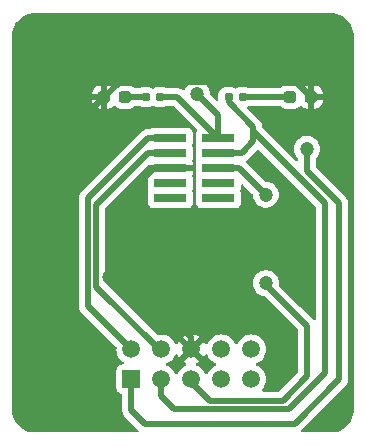
<source format=gbr>
%TF.GenerationSoftware,KiCad,Pcbnew,8.0.5*%
%TF.CreationDate,2024-11-27T14:49:01+01:00*%
%TF.ProjectId,PCB_TOF_droit,5043425f-544f-4465-9f64-726f69742e6b,rev?*%
%TF.SameCoordinates,Original*%
%TF.FileFunction,Copper,L1,Top*%
%TF.FilePolarity,Positive*%
%FSLAX46Y46*%
G04 Gerber Fmt 4.6, Leading zero omitted, Abs format (unit mm)*
G04 Created by KiCad (PCBNEW 8.0.5) date 2024-11-27 14:49:01*
%MOMM*%
%LPD*%
G01*
G04 APERTURE LIST*
G04 Aperture macros list*
%AMRoundRect*
0 Rectangle with rounded corners*
0 $1 Rounding radius*
0 $2 $3 $4 $5 $6 $7 $8 $9 X,Y pos of 4 corners*
0 Add a 4 corners polygon primitive as box body*
4,1,4,$2,$3,$4,$5,$6,$7,$8,$9,$2,$3,0*
0 Add four circle primitives for the rounded corners*
1,1,$1+$1,$2,$3*
1,1,$1+$1,$4,$5*
1,1,$1+$1,$6,$7*
1,1,$1+$1,$8,$9*
0 Add four rect primitives between the rounded corners*
20,1,$1+$1,$2,$3,$4,$5,0*
20,1,$1+$1,$4,$5,$6,$7,0*
20,1,$1+$1,$6,$7,$8,$9,0*
20,1,$1+$1,$8,$9,$2,$3,0*%
G04 Aperture macros list end*
%TA.AperFunction,SMDPad,CuDef*%
%ADD10RoundRect,0.160000X-0.197500X-0.160000X0.197500X-0.160000X0.197500X0.160000X-0.197500X0.160000X0*%
%TD*%
%TA.AperFunction,SMDPad,CuDef*%
%ADD11RoundRect,0.160000X0.197500X0.160000X-0.197500X0.160000X-0.197500X-0.160000X0.197500X-0.160000X0*%
%TD*%
%TA.AperFunction,SMDPad,CuDef*%
%ADD12RoundRect,0.237500X0.287500X0.237500X-0.287500X0.237500X-0.287500X-0.237500X0.287500X-0.237500X0*%
%TD*%
%TA.AperFunction,SMDPad,CuDef*%
%ADD13R,2.790000X0.740000*%
%TD*%
%TA.AperFunction,SMDPad,CuDef*%
%ADD14RoundRect,0.237500X-0.287500X-0.237500X0.287500X-0.237500X0.287500X0.237500X-0.287500X0.237500X0*%
%TD*%
%TA.AperFunction,ComponentPad*%
%ADD15R,1.508000X1.508000*%
%TD*%
%TA.AperFunction,ComponentPad*%
%ADD16C,1.508000*%
%TD*%
%TA.AperFunction,ViaPad*%
%ADD17C,1.200000*%
%TD*%
%TA.AperFunction,Conductor*%
%ADD18C,0.500000*%
%TD*%
G04 APERTURE END LIST*
D10*
%TO.P,R1,1*%
%TO.N,Net-(D1-A)*%
X156612500Y-79110000D03*
%TO.P,R1,2*%
%TO.N,/TOF_GPIO*%
X157807500Y-79110000D03*
%TD*%
D11*
%TO.P,R2,1*%
%TO.N,Net-(D2-A)*%
X164807500Y-79110000D03*
%TO.P,R2,2*%
%TO.N,/TOF_XSHUT*%
X163612500Y-79110000D03*
%TD*%
D12*
%TO.P,D2,1,K*%
%TO.N,GND*%
X170585000Y-79110000D03*
%TO.P,D2,2,A*%
%TO.N,Net-(D2-A)*%
X168835000Y-79110000D03*
%TD*%
D13*
%TO.P,J1,01,01*%
%TO.N,unconnected-(J1-Pad01)*%
X162745000Y-87650000D03*
%TO.P,J1,02,02*%
%TO.N,unconnected-(J1-Pad02)*%
X158675000Y-87650000D03*
%TO.P,J1,03,03*%
%TO.N,unconnected-(J1-Pad03)*%
X162745000Y-86380000D03*
%TO.P,J1,04,04*%
%TO.N,unconnected-(J1-Pad04)*%
X158675000Y-86380000D03*
%TO.P,J1,05,05*%
%TO.N,+5V*%
X162745000Y-85110000D03*
%TO.P,J1,06,06*%
%TO.N,GND*%
X158675000Y-85110000D03*
%TO.P,J1,07,07*%
%TO.N,/TOF_XSHUT*%
X162745000Y-83840000D03*
%TO.P,J1,08,08*%
%TO.N,/I2C_SDA*%
X158675000Y-83840000D03*
%TO.P,J1,09,09*%
%TO.N,/TOF_GPIO*%
X162745000Y-82570000D03*
%TO.P,J1,10,10*%
%TO.N,/I2C_SCL*%
X158675000Y-82570000D03*
%TD*%
D14*
%TO.P,D1,1,K*%
%TO.N,GND*%
X153085000Y-79110000D03*
%TO.P,D1,2,A*%
%TO.N,Net-(D1-A)*%
X154835000Y-79110000D03*
%TD*%
D15*
%TO.P,U1,1,INT_I*%
%TO.N,/TOF_GPIO*%
X155380000Y-103000000D03*
D16*
%TO.P,U1,2,SCL_I*%
%TO.N,/I2C_SCL*%
X155380000Y-100460000D03*
%TO.P,U1,3,XSDN_I*%
%TO.N,/TOF_XSHUT*%
X157920000Y-103000000D03*
%TO.P,U1,4,SDA_I*%
%TO.N,/I2C_SDA*%
X157920000Y-100460000D03*
%TO.P,U1,5,VDD*%
%TO.N,+5V*%
X160460000Y-103000000D03*
%TO.P,U1,6,GND*%
%TO.N,GND*%
X160460000Y-100460000D03*
%TO.P,U1,7,NC*%
%TO.N,unconnected-(U1-NC-Pad7)*%
X163000000Y-103000000D03*
%TO.P,U1,8,NC*%
%TO.N,unconnected-(U1-NC-Pad8)*%
X163000000Y-100460000D03*
%TO.P,U1,9,NC1_I*%
%TO.N,unconnected-(U1-NC1_I-Pad9)*%
X165540000Y-103000000D03*
%TO.P,U1,10,NC0_I*%
%TO.N,unconnected-(U1-NC0_I-Pad10)*%
X165540000Y-100460000D03*
%TD*%
D17*
%TO.N,GND*%
X153460000Y-94360000D03*
X148660000Y-95360000D03*
%TO.N,+5V*%
X166760000Y-94860000D03*
X166760000Y-87360000D03*
%TO.N,/TOF_GPIO*%
X160960000Y-78860000D03*
X170250000Y-83500000D03*
%TD*%
D18*
%TO.N,GND*%
X154385000Y-77810000D02*
X153085000Y-79110000D01*
X155426317Y-94360000D02*
X153460000Y-94360000D01*
X169285000Y-77810000D02*
X154385000Y-77810000D01*
X157280000Y-85110000D02*
X153460000Y-88930000D01*
X148660000Y-95360000D02*
X148660000Y-83535000D01*
X160460000Y-100460000D02*
X160460000Y-99393683D01*
X160460000Y-99393683D02*
X155426317Y-94360000D01*
X148660000Y-83535000D02*
X153085000Y-79110000D01*
X170585000Y-79110000D02*
X169285000Y-77810000D01*
X153460000Y-88930000D02*
X153460000Y-94360000D01*
X158675000Y-85110000D02*
X157280000Y-85110000D01*
%TO.N,Net-(D1-A)*%
X156612500Y-79110000D02*
X154835000Y-79110000D01*
%TO.N,Net-(D2-A)*%
X164807500Y-79110000D02*
X168835000Y-79110000D01*
%TO.N,+5V*%
X162745000Y-85110000D02*
X164510000Y-85110000D01*
X162050000Y-104800000D02*
X168200000Y-104800000D01*
X170250000Y-102750000D02*
X170250000Y-98500000D01*
X160460000Y-103210000D02*
X162050000Y-104800000D01*
X164510000Y-85110000D02*
X166760000Y-87360000D01*
X166760000Y-95010000D02*
X166760000Y-94860000D01*
X160460000Y-103000000D02*
X160460000Y-103210000D01*
X170250000Y-98500000D02*
X166760000Y-95010000D01*
X168200000Y-104800000D02*
X170250000Y-102750000D01*
%TO.N,/TOF_GPIO*%
X159285000Y-79110000D02*
X157807500Y-79110000D01*
X169250000Y-106750000D02*
X156500000Y-106750000D01*
X170250000Y-83500000D02*
X170250000Y-85354925D01*
X173000000Y-88104925D02*
X173000000Y-103000000D01*
X155380000Y-105630000D02*
X155380000Y-103000000D01*
X162745000Y-82570000D02*
X159285000Y-79110000D01*
X170250000Y-85354925D02*
X173000000Y-88104925D01*
X162745000Y-80645000D02*
X160960000Y-78860000D01*
X162745000Y-82570000D02*
X162745000Y-80645000D01*
X173000000Y-103000000D02*
X169250000Y-106750000D01*
X156500000Y-106750000D02*
X155380000Y-105630000D01*
%TO.N,/I2C_SCL*%
X151710000Y-87640000D02*
X151710000Y-96790000D01*
X158675000Y-82570000D02*
X156780000Y-82570000D01*
X151710000Y-96790000D02*
X155380000Y-100460000D01*
X156780000Y-82570000D02*
X151710000Y-87640000D01*
%TO.N,/I2C_SDA*%
X156780000Y-83840000D02*
X152410000Y-88210000D01*
X152410000Y-88210000D02*
X152410000Y-95160000D01*
X158675000Y-83840000D02*
X156780000Y-83840000D01*
X157710000Y-100460000D02*
X157920000Y-100460000D01*
X152410000Y-95160000D02*
X157710000Y-100460000D01*
%TO.N,/TOF_XSHUT*%
X159000000Y-105500000D02*
X168750000Y-105500000D01*
X164835000Y-83735000D02*
X164730000Y-83840000D01*
X162745000Y-83840000D02*
X164730000Y-83840000D01*
X171750000Y-88040000D02*
X165710000Y-82000000D01*
X165710000Y-82000000D02*
X165710000Y-81610000D01*
X163612500Y-79512500D02*
X163612500Y-79110000D01*
X171750000Y-102500000D02*
X171750000Y-88040000D01*
X157920000Y-104420000D02*
X159000000Y-105500000D01*
X165710000Y-81610000D02*
X163612500Y-79512500D01*
X164835000Y-83735000D02*
X165710000Y-82860000D01*
X165710000Y-82860000D02*
X165710000Y-82000000D01*
X168750000Y-105500000D02*
X171750000Y-102500000D01*
X157920000Y-103000000D02*
X157920000Y-104420000D01*
%TD*%
%TA.AperFunction,Conductor*%
%TO.N,GND*%
G36*
X172254043Y-72000765D02*
G01*
X172502895Y-72017075D01*
X172518953Y-72019190D01*
X172726105Y-72060395D01*
X172759535Y-72067045D01*
X172775202Y-72071243D01*
X172944947Y-72128863D01*
X173007481Y-72150091D01*
X173022458Y-72156294D01*
X173231799Y-72259529D01*
X173242460Y-72264787D01*
X173256508Y-72272897D01*
X173460464Y-72409177D01*
X173473328Y-72419048D01*
X173657749Y-72580781D01*
X173669218Y-72592250D01*
X173830951Y-72776671D01*
X173840825Y-72789539D01*
X173977102Y-72993492D01*
X173985212Y-73007539D01*
X174093702Y-73227534D01*
X174099909Y-73242520D01*
X174178756Y-73474797D01*
X174182954Y-73490464D01*
X174230807Y-73731035D01*
X174232925Y-73747116D01*
X174249235Y-73995956D01*
X174249500Y-74004066D01*
X174249500Y-105495933D01*
X174249235Y-105504043D01*
X174232925Y-105752883D01*
X174230807Y-105768964D01*
X174182954Y-106009535D01*
X174178756Y-106025202D01*
X174099909Y-106257479D01*
X174093702Y-106272465D01*
X173985212Y-106492460D01*
X173977102Y-106506507D01*
X173840825Y-106710460D01*
X173830951Y-106723328D01*
X173669218Y-106907749D01*
X173657749Y-106919218D01*
X173473328Y-107080951D01*
X173460460Y-107090825D01*
X173256507Y-107227102D01*
X173242460Y-107235212D01*
X173022465Y-107343702D01*
X173007479Y-107349909D01*
X172775202Y-107428756D01*
X172759535Y-107432954D01*
X172518964Y-107480807D01*
X172502883Y-107482925D01*
X172254043Y-107499235D01*
X172245933Y-107499500D01*
X169861230Y-107499500D01*
X169794191Y-107479815D01*
X169748436Y-107427011D01*
X169738492Y-107357853D01*
X169767517Y-107294297D01*
X169773549Y-107287819D01*
X171627260Y-105434108D01*
X173582952Y-103478416D01*
X173632186Y-103404729D01*
X173665084Y-103355495D01*
X173721658Y-103218913D01*
X173750500Y-103073918D01*
X173750500Y-88031007D01*
X173750500Y-88031004D01*
X173721659Y-87886017D01*
X173721658Y-87886016D01*
X173721658Y-87886012D01*
X173669152Y-87759250D01*
X173665087Y-87749436D01*
X173665080Y-87749423D01*
X173582952Y-87626510D01*
X173582951Y-87626509D01*
X173478416Y-87521974D01*
X172258309Y-86301867D01*
X171036819Y-85080376D01*
X171003334Y-85019053D01*
X171000500Y-84992695D01*
X171000500Y-84359738D01*
X171020185Y-84292699D01*
X171040962Y-84268101D01*
X171052191Y-84257864D01*
X171066764Y-84244579D01*
X171189673Y-84081821D01*
X171280582Y-83899250D01*
X171336397Y-83703083D01*
X171355215Y-83500000D01*
X171336397Y-83296917D01*
X171280582Y-83100750D01*
X171254058Y-83047483D01*
X171224372Y-82987864D01*
X171189673Y-82918179D01*
X171066764Y-82755421D01*
X171066762Y-82755418D01*
X170916041Y-82618019D01*
X170916039Y-82618017D01*
X170742642Y-82510655D01*
X170742635Y-82510651D01*
X170647546Y-82473814D01*
X170552456Y-82436976D01*
X170351976Y-82399500D01*
X170148024Y-82399500D01*
X169947544Y-82436976D01*
X169947541Y-82436976D01*
X169947541Y-82436977D01*
X169757364Y-82510651D01*
X169757357Y-82510655D01*
X169583960Y-82618017D01*
X169583958Y-82618019D01*
X169433237Y-82755418D01*
X169310327Y-82918178D01*
X169219422Y-83100739D01*
X169219417Y-83100752D01*
X169163602Y-83296917D01*
X169144785Y-83499999D01*
X169144785Y-83500000D01*
X169163602Y-83703082D01*
X169219417Y-83899247D01*
X169219422Y-83899260D01*
X169310327Y-84081821D01*
X169433237Y-84244580D01*
X169459038Y-84268101D01*
X169495320Y-84327812D01*
X169499500Y-84359738D01*
X169499500Y-84428770D01*
X169479815Y-84495809D01*
X169427011Y-84541564D01*
X169357853Y-84551508D01*
X169294297Y-84522483D01*
X169287819Y-84516451D01*
X166496819Y-81725451D01*
X166463334Y-81664128D01*
X166460500Y-81637770D01*
X166460500Y-81536079D01*
X166431659Y-81391092D01*
X166431658Y-81391091D01*
X166431658Y-81391087D01*
X166375084Y-81254505D01*
X166342186Y-81205270D01*
X166342185Y-81205268D01*
X166292956Y-81131589D01*
X166292952Y-81131584D01*
X165239609Y-80078241D01*
X165206124Y-80016918D01*
X165211108Y-79947226D01*
X165252980Y-79891293D01*
X165276399Y-79877484D01*
X165278064Y-79876734D01*
X165278069Y-79876733D01*
X165278072Y-79876730D01*
X165284909Y-79873654D01*
X165285733Y-79875485D01*
X165339489Y-79860500D01*
X167965448Y-79860500D01*
X168032487Y-79880185D01*
X168053129Y-79896819D01*
X168086650Y-79930340D01*
X168233484Y-80020908D01*
X168397247Y-80075174D01*
X168498323Y-80085500D01*
X169171676Y-80085499D01*
X169171684Y-80085498D01*
X169171687Y-80085498D01*
X169242728Y-80078241D01*
X169272753Y-80075174D01*
X169436516Y-80020908D01*
X169583350Y-79930340D01*
X169622673Y-79891016D01*
X169683994Y-79857532D01*
X169753685Y-79862516D01*
X169798034Y-79891017D01*
X169836961Y-79929944D01*
X169836965Y-79929947D01*
X169983688Y-80020448D01*
X169983699Y-80020453D01*
X170147347Y-80074680D01*
X170248351Y-80084999D01*
X170835000Y-80084999D01*
X170921640Y-80084999D01*
X170921654Y-80084998D01*
X171022652Y-80074680D01*
X171186300Y-80020453D01*
X171186311Y-80020448D01*
X171333034Y-79929947D01*
X171333038Y-79929944D01*
X171454944Y-79808038D01*
X171454947Y-79808034D01*
X171545448Y-79661311D01*
X171545453Y-79661300D01*
X171599680Y-79497652D01*
X171609999Y-79396654D01*
X171610000Y-79396641D01*
X171610000Y-79360000D01*
X170835000Y-79360000D01*
X170835000Y-80084999D01*
X170248351Y-80084999D01*
X170335000Y-80084998D01*
X170335000Y-78860000D01*
X170835000Y-78860000D01*
X171609999Y-78860000D01*
X171609999Y-78823360D01*
X171609998Y-78823345D01*
X171599680Y-78722347D01*
X171545453Y-78558699D01*
X171545448Y-78558688D01*
X171454947Y-78411965D01*
X171454944Y-78411961D01*
X171333038Y-78290055D01*
X171333034Y-78290052D01*
X171186311Y-78199551D01*
X171186300Y-78199546D01*
X171022652Y-78145319D01*
X170921654Y-78135000D01*
X170835000Y-78135000D01*
X170835000Y-78860000D01*
X170335000Y-78860000D01*
X170335000Y-78135000D01*
X170334999Y-78134999D01*
X170248360Y-78135000D01*
X170248343Y-78135001D01*
X170147347Y-78145319D01*
X169983699Y-78199546D01*
X169983688Y-78199551D01*
X169836965Y-78290052D01*
X169836961Y-78290055D01*
X169798033Y-78328983D01*
X169736710Y-78362468D01*
X169667018Y-78357482D01*
X169622672Y-78328982D01*
X169583351Y-78289661D01*
X169583350Y-78289660D01*
X169492129Y-78233395D01*
X169436518Y-78199093D01*
X169436513Y-78199091D01*
X169435069Y-78198612D01*
X169272753Y-78144826D01*
X169272751Y-78144825D01*
X169171678Y-78134500D01*
X168498330Y-78134500D01*
X168498312Y-78134501D01*
X168397247Y-78144825D01*
X168233484Y-78199092D01*
X168233481Y-78199093D01*
X168086648Y-78289661D01*
X168053129Y-78323181D01*
X167991806Y-78356666D01*
X167965448Y-78359500D01*
X165339489Y-78359500D01*
X165285731Y-78344514D01*
X165284908Y-78346345D01*
X165278066Y-78343265D01*
X165124933Y-78295548D01*
X165124935Y-78295548D01*
X165098312Y-78293128D01*
X165058381Y-78289500D01*
X165058378Y-78289500D01*
X164556611Y-78289500D01*
X164490073Y-78295546D01*
X164490066Y-78295548D01*
X164336933Y-78343265D01*
X164336929Y-78343267D01*
X164274149Y-78381219D01*
X164206594Y-78399055D01*
X164145851Y-78381219D01*
X164083070Y-78343267D01*
X164083066Y-78343265D01*
X163929933Y-78295548D01*
X163929935Y-78295548D01*
X163903312Y-78293128D01*
X163863381Y-78289500D01*
X163863378Y-78289500D01*
X163361611Y-78289500D01*
X163295073Y-78295546D01*
X163295066Y-78295548D01*
X163141933Y-78343265D01*
X163141929Y-78343267D01*
X163004670Y-78426242D01*
X163004665Y-78426246D01*
X162891246Y-78539665D01*
X162891242Y-78539670D01*
X162808267Y-78676929D01*
X162808265Y-78676933D01*
X162760548Y-78830065D01*
X162754500Y-78896621D01*
X162754500Y-79293771D01*
X162734815Y-79360810D01*
X162682011Y-79406565D01*
X162612853Y-79416509D01*
X162549297Y-79387484D01*
X162542819Y-79381452D01*
X162455138Y-79293771D01*
X162101351Y-78939983D01*
X162067866Y-78878660D01*
X162065561Y-78863743D01*
X162065214Y-78860004D01*
X162065215Y-78860000D01*
X162046397Y-78656917D01*
X161990582Y-78460750D01*
X161982696Y-78444913D01*
X161922081Y-78323181D01*
X161899673Y-78278179D01*
X161791550Y-78135001D01*
X161776762Y-78115418D01*
X161626041Y-77978019D01*
X161626039Y-77978017D01*
X161452642Y-77870655D01*
X161452635Y-77870651D01*
X161357546Y-77833814D01*
X161262456Y-77796976D01*
X161061976Y-77759500D01*
X160858024Y-77759500D01*
X160657544Y-77796976D01*
X160657541Y-77796976D01*
X160657541Y-77796977D01*
X160467364Y-77870651D01*
X160467357Y-77870655D01*
X160293960Y-77978017D01*
X160293958Y-77978019D01*
X160143237Y-78115418D01*
X160020327Y-78278178D01*
X159926862Y-78465882D01*
X159924903Y-78464906D01*
X159888170Y-78512687D01*
X159822397Y-78536262D01*
X159754321Y-78520536D01*
X159746256Y-78515582D01*
X159664192Y-78460750D01*
X159640495Y-78444916D01*
X159640493Y-78444915D01*
X159640490Y-78444913D01*
X159503917Y-78388343D01*
X159503907Y-78388340D01*
X159358920Y-78359500D01*
X159358918Y-78359500D01*
X158339489Y-78359500D01*
X158285731Y-78344514D01*
X158284908Y-78346345D01*
X158278066Y-78343265D01*
X158124933Y-78295548D01*
X158124935Y-78295548D01*
X158098312Y-78293128D01*
X158058381Y-78289500D01*
X158058378Y-78289500D01*
X157556611Y-78289500D01*
X157490073Y-78295546D01*
X157490066Y-78295548D01*
X157336933Y-78343265D01*
X157336929Y-78343267D01*
X157274149Y-78381219D01*
X157206594Y-78399055D01*
X157145851Y-78381219D01*
X157083070Y-78343267D01*
X157083066Y-78343265D01*
X156929933Y-78295548D01*
X156929935Y-78295548D01*
X156903312Y-78293128D01*
X156863381Y-78289500D01*
X156863378Y-78289500D01*
X156361611Y-78289500D01*
X156295073Y-78295546D01*
X156295066Y-78295548D01*
X156141933Y-78343265D01*
X156135092Y-78346345D01*
X156134268Y-78344514D01*
X156080511Y-78359500D01*
X155704552Y-78359500D01*
X155637513Y-78339815D01*
X155616871Y-78323181D01*
X155583351Y-78289661D01*
X155583350Y-78289660D01*
X155492129Y-78233395D01*
X155436518Y-78199093D01*
X155436513Y-78199091D01*
X155435069Y-78198612D01*
X155272753Y-78144826D01*
X155272751Y-78144825D01*
X155171678Y-78134500D01*
X154498330Y-78134500D01*
X154498312Y-78134501D01*
X154397247Y-78144825D01*
X154233484Y-78199092D01*
X154233481Y-78199093D01*
X154086648Y-78289661D01*
X154047326Y-78328983D01*
X153986003Y-78362468D01*
X153916311Y-78357482D01*
X153871965Y-78328982D01*
X153833038Y-78290055D01*
X153833034Y-78290052D01*
X153686311Y-78199551D01*
X153686300Y-78199546D01*
X153522652Y-78145319D01*
X153421654Y-78135000D01*
X153335000Y-78135000D01*
X153335000Y-80084999D01*
X153421640Y-80084999D01*
X153421654Y-80084998D01*
X153522652Y-80074680D01*
X153686300Y-80020453D01*
X153686311Y-80020448D01*
X153833034Y-79929947D01*
X153833037Y-79929945D01*
X153871964Y-79891018D01*
X153933287Y-79857532D01*
X154002978Y-79862516D01*
X154047327Y-79891017D01*
X154086650Y-79930340D01*
X154233484Y-80020908D01*
X154397247Y-80075174D01*
X154498323Y-80085500D01*
X155171676Y-80085499D01*
X155171684Y-80085498D01*
X155171687Y-80085498D01*
X155242728Y-80078241D01*
X155272753Y-80075174D01*
X155436516Y-80020908D01*
X155583350Y-79930340D01*
X155616871Y-79896819D01*
X155678194Y-79863334D01*
X155704552Y-79860500D01*
X156080511Y-79860500D01*
X156134268Y-79875485D01*
X156135092Y-79873655D01*
X156141933Y-79876734D01*
X156187770Y-79891017D01*
X156295067Y-79924452D01*
X156361619Y-79930500D01*
X156863380Y-79930499D01*
X156863388Y-79930499D01*
X156929926Y-79924453D01*
X156929927Y-79924452D01*
X156929933Y-79924452D01*
X157083069Y-79876733D01*
X157145850Y-79838779D01*
X157213405Y-79820944D01*
X157274149Y-79838779D01*
X157336931Y-79876733D01*
X157336934Y-79876734D01*
X157336933Y-79876734D01*
X157382770Y-79891017D01*
X157490067Y-79924452D01*
X157556619Y-79930500D01*
X158058380Y-79930499D01*
X158058388Y-79930499D01*
X158124926Y-79924453D01*
X158124927Y-79924452D01*
X158124933Y-79924452D01*
X158278069Y-79876733D01*
X158278071Y-79876731D01*
X158284908Y-79873655D01*
X158285731Y-79875485D01*
X158339489Y-79860500D01*
X158922770Y-79860500D01*
X158989809Y-79880185D01*
X159010451Y-79896819D01*
X160900907Y-81787275D01*
X160934392Y-81848598D01*
X160929408Y-81918290D01*
X160912495Y-81949264D01*
X160906205Y-81957666D01*
X160906202Y-81957671D01*
X160855908Y-82092517D01*
X160849501Y-82152116D01*
X160849501Y-82152123D01*
X160849500Y-82152135D01*
X160849500Y-82987870D01*
X160849501Y-82987876D01*
X160855908Y-83047483D01*
X160898496Y-83161667D01*
X160903480Y-83231359D01*
X160898496Y-83248333D01*
X160855908Y-83362516D01*
X160849501Y-83422116D01*
X160849501Y-83422123D01*
X160849500Y-83422135D01*
X160849500Y-84257870D01*
X160849501Y-84257876D01*
X160855908Y-84317483D01*
X160898496Y-84431667D01*
X160903480Y-84501359D01*
X160898496Y-84518333D01*
X160855908Y-84632516D01*
X160849501Y-84692116D01*
X160849500Y-84692135D01*
X160849500Y-85527870D01*
X160849501Y-85527876D01*
X160855908Y-85587483D01*
X160898496Y-85701667D01*
X160903480Y-85771359D01*
X160898496Y-85788333D01*
X160855908Y-85902516D01*
X160849501Y-85962116D01*
X160849501Y-85962123D01*
X160849500Y-85962135D01*
X160849500Y-86797870D01*
X160849501Y-86797876D01*
X160855908Y-86857483D01*
X160898496Y-86971667D01*
X160903480Y-87041359D01*
X160898496Y-87058333D01*
X160855908Y-87172516D01*
X160849501Y-87232116D01*
X160849500Y-87232128D01*
X160849500Y-88067870D01*
X160849501Y-88067876D01*
X160855908Y-88127483D01*
X160906202Y-88262328D01*
X160906206Y-88262335D01*
X160992452Y-88377544D01*
X160992455Y-88377547D01*
X161107664Y-88463793D01*
X161107671Y-88463797D01*
X161242517Y-88514091D01*
X161242516Y-88514091D01*
X161249444Y-88514835D01*
X161302127Y-88520500D01*
X164187872Y-88520499D01*
X164247483Y-88514091D01*
X164382331Y-88463796D01*
X164497546Y-88377546D01*
X164583796Y-88262331D01*
X164634091Y-88127483D01*
X164640500Y-88067873D01*
X164640499Y-87232128D01*
X164634091Y-87172517D01*
X164630013Y-87161584D01*
X164591503Y-87058333D01*
X164586519Y-86988642D01*
X164591503Y-86971667D01*
X164595579Y-86960739D01*
X164634091Y-86857483D01*
X164640500Y-86797873D01*
X164640499Y-86601227D01*
X164660183Y-86534190D01*
X164712987Y-86488435D01*
X164782145Y-86478491D01*
X164845701Y-86507516D01*
X164852180Y-86513548D01*
X165618647Y-87280014D01*
X165652132Y-87341337D01*
X165654437Y-87356253D01*
X165669794Y-87521974D01*
X165673603Y-87563083D01*
X165691650Y-87626510D01*
X165729417Y-87759247D01*
X165729422Y-87759260D01*
X165820327Y-87941821D01*
X165943237Y-88104581D01*
X166093958Y-88241980D01*
X166093960Y-88241982D01*
X166193141Y-88303392D01*
X166267363Y-88349348D01*
X166457544Y-88423024D01*
X166658024Y-88460500D01*
X166658026Y-88460500D01*
X166861974Y-88460500D01*
X166861976Y-88460500D01*
X167062456Y-88423024D01*
X167252637Y-88349348D01*
X167426041Y-88241981D01*
X167576764Y-88104579D01*
X167699673Y-87941821D01*
X167790582Y-87759250D01*
X167846397Y-87563083D01*
X167865215Y-87360000D01*
X167861496Y-87319870D01*
X167846397Y-87156917D01*
X167818347Y-87058333D01*
X167790582Y-86960750D01*
X167699673Y-86778179D01*
X167576764Y-86615421D01*
X167576762Y-86615418D01*
X167426041Y-86478019D01*
X167426039Y-86478017D01*
X167252642Y-86370655D01*
X167252635Y-86370651D01*
X167075081Y-86301867D01*
X167062456Y-86296976D01*
X166861976Y-86259500D01*
X166861974Y-86259500D01*
X166772229Y-86259500D01*
X166705190Y-86239815D01*
X166684548Y-86223181D01*
X165120973Y-84659605D01*
X165087488Y-84598282D01*
X165092472Y-84528590D01*
X165134344Y-84472657D01*
X165139719Y-84468852D01*
X165164446Y-84452331D01*
X165208416Y-84422952D01*
X165313414Y-84317953D01*
X165313415Y-84317953D01*
X166052319Y-83579049D01*
X166113642Y-83545564D01*
X166183334Y-83550548D01*
X166227681Y-83579049D01*
X170963181Y-88314549D01*
X170996666Y-88375872D01*
X170999500Y-88402230D01*
X170999500Y-97888770D01*
X170979815Y-97955809D01*
X170927011Y-98001564D01*
X170857853Y-98011508D01*
X170794297Y-97982483D01*
X170787819Y-97976452D01*
X170767176Y-97955809D01*
X170728416Y-97917049D01*
X169675285Y-96863918D01*
X167889936Y-95078568D01*
X167856451Y-95017245D01*
X167854146Y-94979451D01*
X167865215Y-94860000D01*
X167846397Y-94656917D01*
X167790582Y-94460750D01*
X167699673Y-94278179D01*
X167576764Y-94115421D01*
X167576762Y-94115418D01*
X167426041Y-93978019D01*
X167426039Y-93978017D01*
X167252642Y-93870655D01*
X167252635Y-93870651D01*
X167157546Y-93833814D01*
X167062456Y-93796976D01*
X166861976Y-93759500D01*
X166658024Y-93759500D01*
X166457544Y-93796976D01*
X166457541Y-93796976D01*
X166457541Y-93796977D01*
X166267364Y-93870651D01*
X166267357Y-93870655D01*
X166093960Y-93978017D01*
X166093958Y-93978019D01*
X165943237Y-94115418D01*
X165820327Y-94278178D01*
X165729422Y-94460739D01*
X165729417Y-94460752D01*
X165673602Y-94656917D01*
X165654785Y-94859999D01*
X165654785Y-94860000D01*
X165673602Y-95063082D01*
X165729417Y-95259247D01*
X165729422Y-95259260D01*
X165820327Y-95441821D01*
X165943237Y-95604581D01*
X166093958Y-95741980D01*
X166093960Y-95741982D01*
X166193141Y-95803392D01*
X166267363Y-95849348D01*
X166457544Y-95923024D01*
X166609344Y-95951399D01*
X166671624Y-95983067D01*
X166674239Y-95985607D01*
X169463181Y-98774548D01*
X169496666Y-98835871D01*
X169499500Y-98862229D01*
X169499500Y-102387770D01*
X169479815Y-102454809D01*
X169463181Y-102475451D01*
X167925451Y-104013181D01*
X167864128Y-104046666D01*
X167837770Y-104049500D01*
X166563993Y-104049500D01*
X166496954Y-104029815D01*
X166451199Y-103977011D01*
X166441255Y-103907853D01*
X166470280Y-103844297D01*
X166476312Y-103837819D01*
X166504674Y-103809457D01*
X166630579Y-103629646D01*
X166723347Y-103430703D01*
X166780161Y-103218674D01*
X166799292Y-103000000D01*
X166780161Y-102781326D01*
X166723347Y-102569297D01*
X166630579Y-102370354D01*
X166630577Y-102370351D01*
X166630576Y-102370349D01*
X166504677Y-102190547D01*
X166504672Y-102190541D01*
X166349458Y-102035327D01*
X166349452Y-102035322D01*
X166169650Y-101909423D01*
X166169642Y-101909419D01*
X166025879Y-101842382D01*
X165973439Y-101796210D01*
X165954287Y-101729017D01*
X165974502Y-101662136D01*
X166025879Y-101617618D01*
X166026471Y-101617342D01*
X166169646Y-101550579D01*
X166349457Y-101424674D01*
X166504674Y-101269457D01*
X166630579Y-101089646D01*
X166723347Y-100890703D01*
X166780161Y-100678674D01*
X166799292Y-100460000D01*
X166798396Y-100449764D01*
X166792117Y-100377997D01*
X166780161Y-100241326D01*
X166723347Y-100029297D01*
X166630579Y-99830354D01*
X166630577Y-99830351D01*
X166630576Y-99830349D01*
X166504677Y-99650547D01*
X166504672Y-99650541D01*
X166349458Y-99495327D01*
X166349452Y-99495322D01*
X166169650Y-99369423D01*
X166169642Y-99369419D01*
X165970708Y-99276655D01*
X165970706Y-99276654D01*
X165970703Y-99276653D01*
X165817483Y-99235597D01*
X165758675Y-99219839D01*
X165758668Y-99219838D01*
X165540002Y-99200708D01*
X165539998Y-99200708D01*
X165321331Y-99219838D01*
X165321324Y-99219839D01*
X165198902Y-99252642D01*
X165109297Y-99276653D01*
X165109295Y-99276653D01*
X165109291Y-99276655D01*
X164910357Y-99369419D01*
X164910349Y-99369423D01*
X164730547Y-99495322D01*
X164730541Y-99495327D01*
X164575327Y-99650541D01*
X164575322Y-99650547D01*
X164449423Y-99830349D01*
X164449419Y-99830357D01*
X164382382Y-99974120D01*
X164336210Y-100026560D01*
X164269017Y-100045712D01*
X164202135Y-100025496D01*
X164157618Y-99974120D01*
X164090580Y-99830357D01*
X164090579Y-99830354D01*
X164090577Y-99830351D01*
X164090576Y-99830349D01*
X163964677Y-99650547D01*
X163964672Y-99650541D01*
X163809458Y-99495327D01*
X163809452Y-99495322D01*
X163629650Y-99369423D01*
X163629642Y-99369419D01*
X163430708Y-99276655D01*
X163430706Y-99276654D01*
X163430703Y-99276653D01*
X163277483Y-99235597D01*
X163218675Y-99219839D01*
X163218668Y-99219838D01*
X163000002Y-99200708D01*
X162999998Y-99200708D01*
X162781331Y-99219838D01*
X162781324Y-99219839D01*
X162658902Y-99252642D01*
X162569297Y-99276653D01*
X162569295Y-99276653D01*
X162569291Y-99276655D01*
X162370357Y-99369419D01*
X162370349Y-99369423D01*
X162190547Y-99495322D01*
X162190541Y-99495327D01*
X162035327Y-99650541D01*
X162035322Y-99650547D01*
X161909423Y-99830349D01*
X161909421Y-99830353D01*
X161842106Y-99974711D01*
X161795933Y-100027150D01*
X161728740Y-100046302D01*
X161661859Y-100026086D01*
X161617342Y-99974711D01*
X161550144Y-99830605D01*
X161550142Y-99830601D01*
X161505996Y-99767555D01*
X160942962Y-100330589D01*
X160925925Y-100267007D01*
X160860099Y-100152993D01*
X160767007Y-100059901D01*
X160652993Y-99994075D01*
X160589409Y-99977037D01*
X161152443Y-99414003D01*
X161089392Y-99369854D01*
X160890533Y-99277125D01*
X160890524Y-99277121D01*
X160678592Y-99220335D01*
X160678582Y-99220333D01*
X160460001Y-99201210D01*
X160459999Y-99201210D01*
X160241417Y-99220333D01*
X160241407Y-99220335D01*
X160029475Y-99277121D01*
X160029466Y-99277124D01*
X159830606Y-99369855D01*
X159830604Y-99369856D01*
X159767556Y-99414003D01*
X159767555Y-99414003D01*
X160330590Y-99977037D01*
X160267007Y-99994075D01*
X160152993Y-100059901D01*
X160059901Y-100152993D01*
X159994075Y-100267007D01*
X159977037Y-100330589D01*
X159414003Y-99767555D01*
X159414003Y-99767556D01*
X159369857Y-99830603D01*
X159302657Y-99974712D01*
X159256484Y-100027151D01*
X159189290Y-100046302D01*
X159122409Y-100026086D01*
X159077893Y-99974710D01*
X159010580Y-99830357D01*
X159010579Y-99830354D01*
X159010577Y-99830351D01*
X159010576Y-99830349D01*
X158884677Y-99650547D01*
X158884672Y-99650541D01*
X158729458Y-99495327D01*
X158729452Y-99495322D01*
X158549650Y-99369423D01*
X158549642Y-99369419D01*
X158350708Y-99276655D01*
X158350706Y-99276654D01*
X158350703Y-99276653D01*
X158197483Y-99235597D01*
X158138675Y-99219839D01*
X158138668Y-99219838D01*
X157920002Y-99200708D01*
X157919998Y-99200708D01*
X157774217Y-99213462D01*
X157701326Y-99219839D01*
X157701323Y-99219839D01*
X157636308Y-99237260D01*
X157566458Y-99235597D01*
X157516534Y-99205166D01*
X153196819Y-94885451D01*
X153163334Y-94824128D01*
X153160500Y-94797770D01*
X153160500Y-88572228D01*
X153180185Y-88505189D01*
X153196814Y-88484552D01*
X155719230Y-85962135D01*
X156779500Y-85962135D01*
X156779500Y-86797870D01*
X156779501Y-86797876D01*
X156785908Y-86857483D01*
X156828496Y-86971667D01*
X156833480Y-87041359D01*
X156828496Y-87058333D01*
X156785908Y-87172516D01*
X156779501Y-87232116D01*
X156779500Y-87232128D01*
X156779500Y-88067870D01*
X156779501Y-88067876D01*
X156785908Y-88127483D01*
X156836202Y-88262328D01*
X156836206Y-88262335D01*
X156922452Y-88377544D01*
X156922455Y-88377547D01*
X157037664Y-88463793D01*
X157037671Y-88463797D01*
X157172517Y-88514091D01*
X157172516Y-88514091D01*
X157179444Y-88514835D01*
X157232127Y-88520500D01*
X160117872Y-88520499D01*
X160177483Y-88514091D01*
X160312331Y-88463796D01*
X160427546Y-88377546D01*
X160513796Y-88262331D01*
X160564091Y-88127483D01*
X160570500Y-88067873D01*
X160570499Y-87232128D01*
X160564091Y-87172517D01*
X160560013Y-87161584D01*
X160521503Y-87058333D01*
X160516519Y-86988642D01*
X160521503Y-86971667D01*
X160564091Y-86857482D01*
X160570500Y-86797873D01*
X160570499Y-85962128D01*
X160564091Y-85902517D01*
X160521235Y-85787616D01*
X160516252Y-85717927D01*
X160521236Y-85700951D01*
X160563597Y-85587376D01*
X160563598Y-85587372D01*
X160569999Y-85527844D01*
X160570000Y-85527827D01*
X160570000Y-85360000D01*
X156780000Y-85360000D01*
X156780000Y-85527844D01*
X156786401Y-85587372D01*
X156786403Y-85587379D01*
X156828763Y-85700952D01*
X156833747Y-85770644D01*
X156828763Y-85787618D01*
X156785908Y-85902517D01*
X156779501Y-85962116D01*
X156779501Y-85962123D01*
X156779500Y-85962135D01*
X155719230Y-85962135D01*
X156785047Y-84896318D01*
X156846370Y-84862834D01*
X156872728Y-84860000D01*
X160570000Y-84860000D01*
X160570000Y-84692172D01*
X160569999Y-84692155D01*
X160563598Y-84632627D01*
X160563597Y-84632623D01*
X160521236Y-84519049D01*
X160516252Y-84449357D01*
X160521232Y-84432391D01*
X160564091Y-84317483D01*
X160570500Y-84257873D01*
X160570499Y-83422128D01*
X160564091Y-83362517D01*
X160521502Y-83248332D01*
X160516519Y-83178642D01*
X160521503Y-83161667D01*
X160544223Y-83100752D01*
X160564091Y-83047483D01*
X160570500Y-82987873D01*
X160570499Y-82152128D01*
X160564091Y-82092517D01*
X160524754Y-81987050D01*
X160513797Y-81957671D01*
X160513793Y-81957664D01*
X160427547Y-81842455D01*
X160427544Y-81842452D01*
X160312335Y-81756206D01*
X160312328Y-81756202D01*
X160177482Y-81705908D01*
X160177483Y-81705908D01*
X160117883Y-81699501D01*
X160117881Y-81699500D01*
X160117873Y-81699500D01*
X160117864Y-81699500D01*
X157232129Y-81699500D01*
X157232123Y-81699501D01*
X157172516Y-81705908D01*
X157037671Y-81756202D01*
X157037668Y-81756204D01*
X157009864Y-81777018D01*
X156986156Y-81794766D01*
X156920694Y-81819184D01*
X156911846Y-81819500D01*
X156706076Y-81819500D01*
X156677242Y-81825234D01*
X156677243Y-81825235D01*
X156561093Y-81848339D01*
X156561083Y-81848342D01*
X156481081Y-81881479D01*
X156481082Y-81881480D01*
X156424502Y-81904917D01*
X156375269Y-81937813D01*
X156301588Y-81987044D01*
X156301580Y-81987050D01*
X151127047Y-87161584D01*
X151127043Y-87161589D01*
X151079915Y-87232125D01*
X151079914Y-87232127D01*
X151062415Y-87258316D01*
X151044916Y-87284504D01*
X151044912Y-87284511D01*
X150988343Y-87421082D01*
X150988340Y-87421092D01*
X150959500Y-87566079D01*
X150959500Y-87566082D01*
X150959500Y-96863918D01*
X150959500Y-96863920D01*
X150959499Y-96863920D01*
X150988340Y-97008907D01*
X150988343Y-97008917D01*
X151044914Y-97145492D01*
X151077812Y-97194727D01*
X151077813Y-97194730D01*
X151127046Y-97268414D01*
X151127052Y-97268421D01*
X154095743Y-100237111D01*
X154129228Y-100298434D01*
X154131590Y-100335598D01*
X154121603Y-100449764D01*
X154120708Y-100460000D01*
X154139839Y-100678674D01*
X154196653Y-100890703D01*
X154196654Y-100890706D01*
X154196655Y-100890708D01*
X154289419Y-101089642D01*
X154289423Y-101089650D01*
X154415322Y-101269452D01*
X154415326Y-101269457D01*
X154570543Y-101424674D01*
X154686681Y-101505995D01*
X154706576Y-101519925D01*
X154750201Y-101574502D01*
X154757395Y-101644000D01*
X154725872Y-101706355D01*
X154665643Y-101741769D01*
X154635455Y-101745500D01*
X154578130Y-101745500D01*
X154578123Y-101745501D01*
X154518516Y-101751908D01*
X154383671Y-101802202D01*
X154383664Y-101802206D01*
X154268455Y-101888452D01*
X154268452Y-101888455D01*
X154182206Y-102003664D01*
X154182202Y-102003671D01*
X154131908Y-102138517D01*
X154126315Y-102190543D01*
X154125501Y-102198123D01*
X154125500Y-102198135D01*
X154125500Y-103801870D01*
X154125501Y-103801876D01*
X154131908Y-103861483D01*
X154182202Y-103996328D01*
X154182206Y-103996335D01*
X154268452Y-104111544D01*
X154268455Y-104111547D01*
X154383664Y-104197793D01*
X154383671Y-104197797D01*
X154518511Y-104248089D01*
X154518517Y-104248091D01*
X154518745Y-104248115D01*
X154518913Y-104248184D01*
X154526062Y-104249874D01*
X154525788Y-104251031D01*
X154583296Y-104274846D01*
X154623150Y-104332234D01*
X154629500Y-104371405D01*
X154629500Y-105703918D01*
X154629500Y-105703920D01*
X154629499Y-105703920D01*
X154658340Y-105848907D01*
X154658343Y-105848917D01*
X154714913Y-105985490D01*
X154714915Y-105985493D01*
X154724274Y-105999501D01*
X154797049Y-106108418D01*
X154797052Y-106108421D01*
X155976451Y-107287819D01*
X156009936Y-107349142D01*
X156004952Y-107418834D01*
X155963080Y-107474767D01*
X155897616Y-107499184D01*
X155888770Y-107499500D01*
X147254067Y-107499500D01*
X147245957Y-107499235D01*
X146997116Y-107482925D01*
X146981035Y-107480807D01*
X146740464Y-107432954D01*
X146724797Y-107428756D01*
X146492520Y-107349909D01*
X146477534Y-107343702D01*
X146257539Y-107235212D01*
X146243492Y-107227102D01*
X146039539Y-107090825D01*
X146026671Y-107080951D01*
X145842250Y-106919218D01*
X145830781Y-106907749D01*
X145669048Y-106723328D01*
X145659174Y-106710460D01*
X145522897Y-106506507D01*
X145514787Y-106492460D01*
X145408855Y-106277652D01*
X145406294Y-106272458D01*
X145400090Y-106257479D01*
X145321243Y-106025202D01*
X145317045Y-106009535D01*
X145272943Y-105787819D01*
X145269190Y-105768953D01*
X145267075Y-105752895D01*
X145250765Y-105504043D01*
X145250500Y-105495933D01*
X145250500Y-79396654D01*
X152060001Y-79396654D01*
X152070319Y-79497652D01*
X152124546Y-79661300D01*
X152124551Y-79661311D01*
X152215052Y-79808034D01*
X152215055Y-79808038D01*
X152336961Y-79929944D01*
X152336965Y-79929947D01*
X152483688Y-80020448D01*
X152483699Y-80020453D01*
X152647347Y-80074680D01*
X152748351Y-80084999D01*
X152835000Y-80084998D01*
X152835000Y-79360000D01*
X152060001Y-79360000D01*
X152060001Y-79396654D01*
X145250500Y-79396654D01*
X145250500Y-78823345D01*
X152060000Y-78823345D01*
X152060000Y-78860000D01*
X152835000Y-78860000D01*
X152835000Y-78135000D01*
X152834999Y-78134999D01*
X152748360Y-78135000D01*
X152748343Y-78135001D01*
X152647347Y-78145319D01*
X152483699Y-78199546D01*
X152483688Y-78199551D01*
X152336965Y-78290052D01*
X152336961Y-78290055D01*
X152215055Y-78411961D01*
X152215052Y-78411965D01*
X152124551Y-78558688D01*
X152124546Y-78558699D01*
X152070319Y-78722347D01*
X152060000Y-78823345D01*
X145250500Y-78823345D01*
X145250500Y-74004066D01*
X145250765Y-73995956D01*
X145254819Y-73934108D01*
X145267075Y-73747102D01*
X145269190Y-73731048D01*
X145317045Y-73490462D01*
X145321243Y-73474797D01*
X145344337Y-73406762D01*
X145400093Y-73242512D01*
X145406291Y-73227547D01*
X145514790Y-73007533D01*
X145522893Y-72993498D01*
X145659182Y-72789527D01*
X145669039Y-72776681D01*
X145830786Y-72592244D01*
X145842244Y-72580786D01*
X146026681Y-72419039D01*
X146039527Y-72409182D01*
X146243498Y-72272893D01*
X146257533Y-72264790D01*
X146477547Y-72156291D01*
X146492512Y-72150093D01*
X146656762Y-72094337D01*
X146724797Y-72071243D01*
X146740464Y-72067045D01*
X146981048Y-72019190D01*
X146997102Y-72017075D01*
X147245957Y-72000765D01*
X147254067Y-72000500D01*
X147315892Y-72000500D01*
X172184108Y-72000500D01*
X172245933Y-72000500D01*
X172254043Y-72000765D01*
G37*
%TD.AperFunction*%
%TA.AperFunction,Conductor*%
G36*
X159994075Y-100652993D02*
G01*
X160059901Y-100767007D01*
X160152993Y-100860099D01*
X160267007Y-100925925D01*
X160330590Y-100942962D01*
X159767555Y-101505996D01*
X159830601Y-101550142D01*
X159830605Y-101550144D01*
X159974711Y-101617342D01*
X160027150Y-101663514D01*
X160046302Y-101730708D01*
X160026086Y-101797589D01*
X159974711Y-101842106D01*
X159830353Y-101909421D01*
X159830349Y-101909423D01*
X159650547Y-102035322D01*
X159650541Y-102035327D01*
X159495327Y-102190541D01*
X159495322Y-102190547D01*
X159369423Y-102370349D01*
X159369419Y-102370357D01*
X159302382Y-102514120D01*
X159256210Y-102566560D01*
X159189017Y-102585712D01*
X159122135Y-102565496D01*
X159077618Y-102514120D01*
X159018700Y-102387770D01*
X159010579Y-102370354D01*
X159010577Y-102370351D01*
X159010576Y-102370349D01*
X158884677Y-102190547D01*
X158884672Y-102190541D01*
X158729458Y-102035327D01*
X158729452Y-102035322D01*
X158549650Y-101909423D01*
X158549642Y-101909419D01*
X158405879Y-101842382D01*
X158353439Y-101796210D01*
X158334287Y-101729017D01*
X158354502Y-101662136D01*
X158405879Y-101617618D01*
X158406471Y-101617342D01*
X158549646Y-101550579D01*
X158729457Y-101424674D01*
X158884674Y-101269457D01*
X159010579Y-101089646D01*
X159077893Y-100945288D01*
X159124065Y-100892849D01*
X159191258Y-100873697D01*
X159258139Y-100893912D01*
X159302657Y-100945288D01*
X159369854Y-101089392D01*
X159414003Y-101152443D01*
X159977037Y-100589409D01*
X159994075Y-100652993D01*
G37*
%TD.AperFunction*%
%TA.AperFunction,Conductor*%
G36*
X161505995Y-101152442D02*
G01*
X161550146Y-101089390D01*
X161617342Y-100945289D01*
X161663514Y-100892849D01*
X161730707Y-100873697D01*
X161797589Y-100893913D01*
X161842106Y-100945288D01*
X161909421Y-101089646D01*
X161909423Y-101089650D01*
X162035322Y-101269452D01*
X162035327Y-101269458D01*
X162190541Y-101424672D01*
X162190547Y-101424677D01*
X162370349Y-101550576D01*
X162370351Y-101550577D01*
X162370354Y-101550579D01*
X162454963Y-101590032D01*
X162514120Y-101617618D01*
X162566560Y-101663790D01*
X162585712Y-101730983D01*
X162565496Y-101797865D01*
X162514120Y-101842382D01*
X162370357Y-101909419D01*
X162370349Y-101909423D01*
X162190547Y-102035322D01*
X162190541Y-102035327D01*
X162035327Y-102190541D01*
X162035322Y-102190547D01*
X161909423Y-102370349D01*
X161909419Y-102370357D01*
X161842382Y-102514120D01*
X161796210Y-102566560D01*
X161729017Y-102585712D01*
X161662135Y-102565496D01*
X161617618Y-102514120D01*
X161558700Y-102387770D01*
X161550579Y-102370354D01*
X161550577Y-102370351D01*
X161550576Y-102370349D01*
X161424677Y-102190547D01*
X161424672Y-102190541D01*
X161269458Y-102035327D01*
X161269452Y-102035322D01*
X161089650Y-101909423D01*
X161089646Y-101909421D01*
X160945288Y-101842106D01*
X160892849Y-101795934D01*
X160873697Y-101728740D01*
X160893913Y-101661859D01*
X160945289Y-101617342D01*
X161089390Y-101550146D01*
X161152443Y-101505995D01*
X160589410Y-100942962D01*
X160652993Y-100925925D01*
X160767007Y-100860099D01*
X160860099Y-100767007D01*
X160925925Y-100652993D01*
X160942962Y-100589409D01*
X161505995Y-101152442D01*
G37*
%TD.AperFunction*%
%TD*%
M02*

</source>
